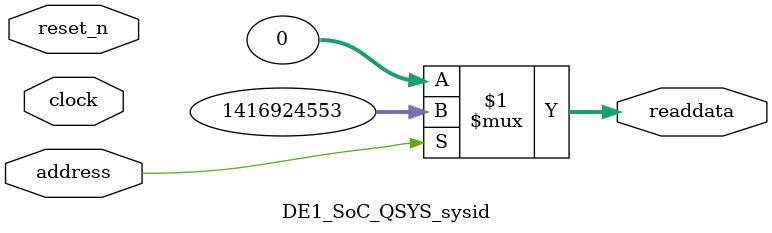
<source format=v>

`timescale 1ns / 1ps
// synthesis translate_on

// turn off superfluous verilog processor warnings 
// altera message_level Level1 
// altera message_off 10034 10035 10036 10037 10230 10240 10030 

module DE1_SoC_QSYS_sysid (
               // inputs:
                address,
                clock,
                reset_n,

               // outputs:
                readdata
             )
;

  output  [ 31: 0] readdata;
  input            address;
  input            clock;
  input            reset_n;

  wire    [ 31: 0] readdata;
  //control_slave, which is an e_avalon_slave
  assign readdata = address ? 1416924553 : 0;

endmodule




</source>
